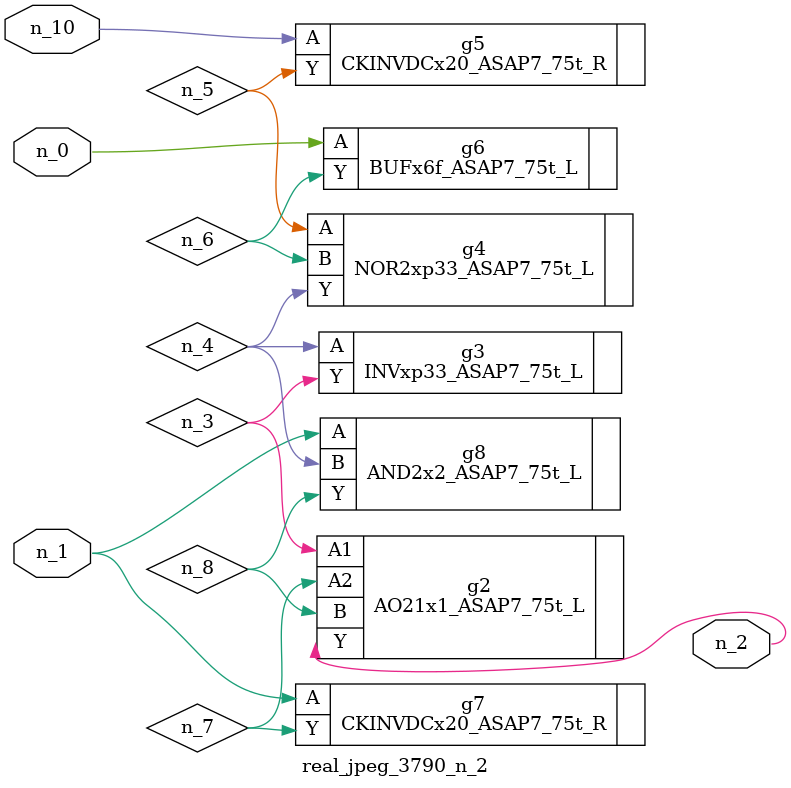
<source format=v>
module real_jpeg_3790_n_2 (n_1, n_10, n_0, n_2);

input n_1;
input n_10;
input n_0;

output n_2;

wire n_5;
wire n_4;
wire n_8;
wire n_6;
wire n_7;
wire n_3;

BUFx6f_ASAP7_75t_L g6 ( 
.A(n_0),
.Y(n_6)
);

CKINVDCx20_ASAP7_75t_R g7 ( 
.A(n_1),
.Y(n_7)
);

AND2x2_ASAP7_75t_L g8 ( 
.A(n_1),
.B(n_4),
.Y(n_8)
);

AO21x1_ASAP7_75t_L g2 ( 
.A1(n_3),
.A2(n_7),
.B(n_8),
.Y(n_2)
);

INVxp33_ASAP7_75t_L g3 ( 
.A(n_4),
.Y(n_3)
);

NOR2xp33_ASAP7_75t_L g4 ( 
.A(n_5),
.B(n_6),
.Y(n_4)
);

CKINVDCx20_ASAP7_75t_R g5 ( 
.A(n_10),
.Y(n_5)
);


endmodule
</source>
